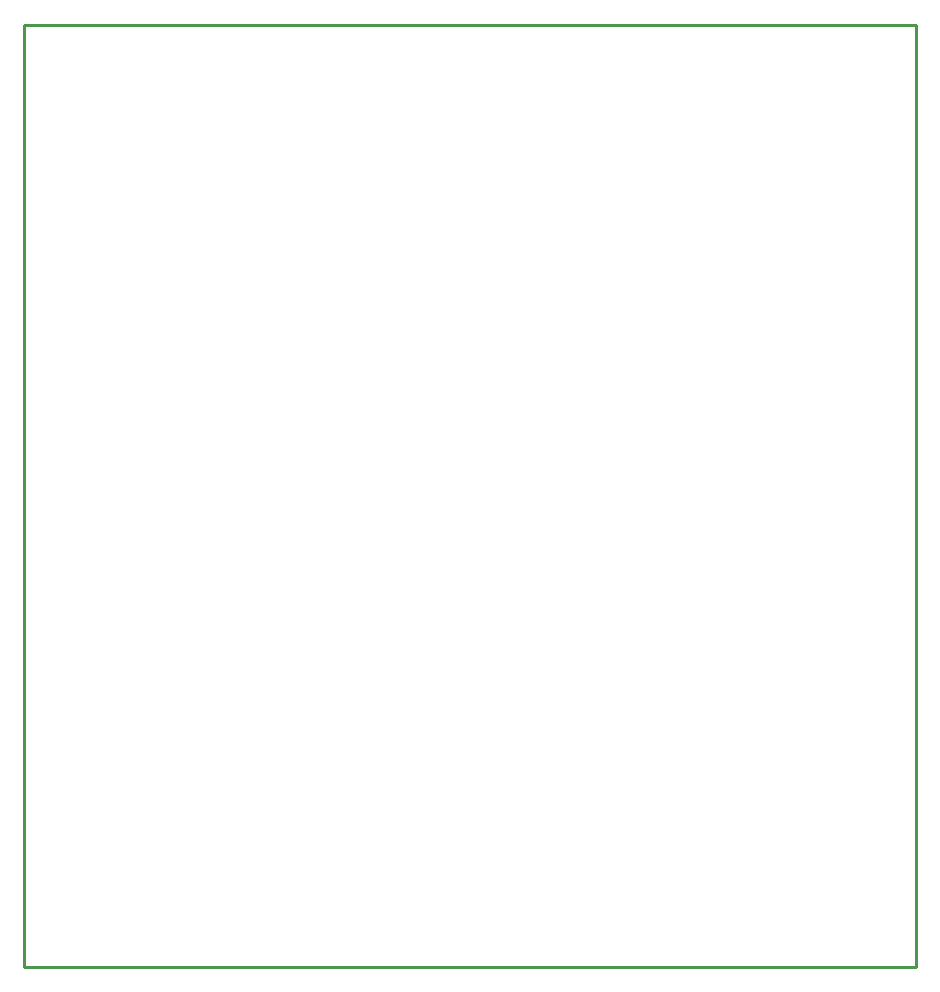
<source format=gko>
G04*
G04 #@! TF.GenerationSoftware,Altium Limited,Altium Designer,19.0.10 (269)*
G04*
G04 Layer_Color=16711935*
%FSLAX25Y25*%
%MOIN*%
G70*
G01*
G75*
%ADD12C,0.01000*%
D12*
X297500D01*
Y314000D01*
X0D02*
X297500D01*
X0Y0D02*
Y314000D01*
M02*

</source>
